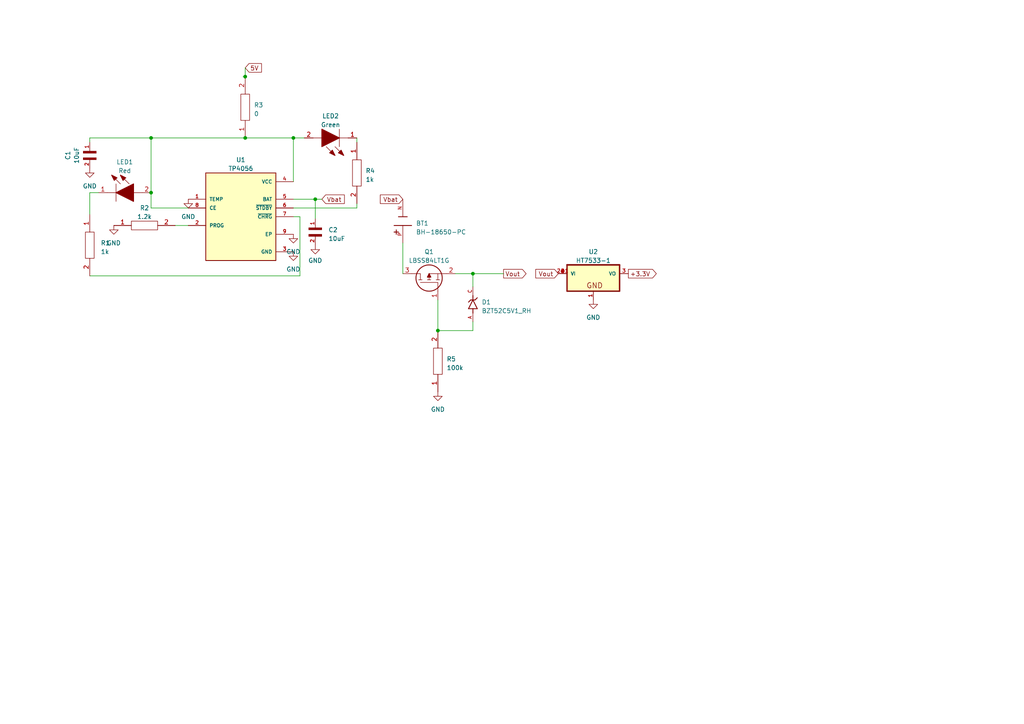
<source format=kicad_sch>
(kicad_sch (version 20230121) (generator eeschema)
  (paper "A4")
  (lib_symbols
    (symbol "0402WGF0000TCE:0402WGF0000TCE" (pin_names (offset 0.762))
      (property "Reference" "R" (at 13.97 6.35 0))
      (property "Value" "0402WGF0000TCE" (at 13.97 3.81 0))
      (symbol "0402WGF0000TCE_0_0"
        (pin passive line (at 0 0 0) (length 5.08) (name "~") (number "1"))
        (pin passive line (at 17.78 0 180) (length 5.08) (name "~") (number "2"))
      )
      (symbol "0402WGF0000TCE_0_1"
        (polyline (pts (xy 5.08 1.27) (xy 12.7 1.27) (xy 12.7 -1.27) (xy 5.08 -1.27) (xy 5.08 1.27)) (stroke (width 0.1524)))
      )
    )
    (symbol "0402WGF1001TCE:0402WGF1001TCE" (pin_names (offset 0.762))
      (property "Reference" "R" (at 13.97 6.35 0))
      (property "Value" "0402WGF1001TCE" (at 13.97 3.81 0))
      (symbol "0402WGF1001TCE_0_0"
        (pin passive line (at 0 0 0) (length 5.08) (name "~") (number "1"))
        (pin passive line (at 17.78 0 180) (length 5.08) (name "~") (number "2"))
      )
      (symbol "0402WGF1001TCE_0_1"
        (polyline (pts (xy 5.08 1.27) (xy 12.7 1.27) (xy 12.7 -1.27) (xy 5.08 -1.27) (xy 5.08 1.27)) (stroke (width 0.1524)))
      )
    )
    (symbol "0603WAF1201T5E:0603WAF1201T5E" (pin_names (offset 0.762))
      (property "Reference" "R" (at 13.97 6.35 0))
      (property "Value" "0603WAF1201T5E" (at 13.97 3.81 0))
      (symbol "0603WAF1201T5E_0_0"
        (pin passive line (at 0 0 0) (length 5.08) (name "~") (number "1"))
        (pin passive line (at 17.78 0 180) (length 5.08) (name "~") (number "2"))
      )
      (symbol "0603WAF1201T5E_0_1"
        (polyline (pts (xy 5.08 1.27) (xy 12.7 1.27) (xy 12.7 -1.27) (xy 5.08 -1.27) (xy 5.08 1.27)) (stroke (width 0.1524)))
      )
    )
    (symbol "1206W4F1003T5E:1206W4F1003T5E" (pin_names (offset 0.762))
      (property "Reference" "R" (at 13.97 6.35 0))
      (property "Value" "1206W4F1003T5E" (at 13.97 3.81 0))
      (symbol "1206W4F1003T5E_0_0"
        (pin passive line (at 0 0 0) (length 5.08) (name "~") (number "1"))
        (pin passive line (at 17.78 0 180) (length 5.08) (name "~") (number "2"))
      )
      (symbol "1206W4F1003T5E_0_1"
        (polyline (pts (xy 5.08 1.27) (xy 12.7 1.27) (xy 12.7 -1.27) (xy 5.08 -1.27) (xy 5.08 1.27)) (stroke (width 0.1524)))
      )
    )
    (symbol "BH-18650-PC:BH-18650-PC" (pin_names (offset 1.016))
      (property "Reference" "BT" (at -3.81 3.81 0))
      (property "Value" "BH-18650-PC" (at -3.81 -5.08 0))
      (symbol "BH-18650-PC_0_0"
        (polyline (pts (xy -5.08 1.905) (xy -3.81 1.905)) (stroke (width 0.254)))
        (polyline (pts (xy -4.445 2.54) (xy -4.445 1.27)) (stroke (width 0.254)))
        (polyline (pts (xy -2.54 2.54) (xy -2.54 -2.54)) (stroke (width 0.254)))
        (polyline (pts (xy 0 1.27) (xy 0 -1.27)) (stroke (width 0.254)))
        (pin passive line (at 5.08 0 180) (length 5.08) (name "~") (number "N"))
        (pin passive line (at -7.62 0 0) (length 5.08) (name "~") (number "P"))
      )
    )
    (symbol "BZT52C5V1_RH:BZT52C5V1_RH" (pin_names (offset 1.016))
      (property "Reference" "D" (at -5.08 2.54 0))
      (property "Value" "BZT52C5V1_RH" (at -5.08 -3.81 0))
      (symbol "BZT52C5V1_RH_0_0"
        (polyline (pts (xy -2.54 0) (xy -1.27 0)) (stroke (width 0.254)))
        (polyline (pts (xy -1.27 -1.27) (xy 1.27 0)) (stroke (width 0.254)))
        (polyline (pts (xy -1.27 0) (xy -1.27 -1.27)) (stroke (width 0.254)))
        (polyline (pts (xy -1.27 1.27) (xy -1.27 0)) (stroke (width 0.254)))
        (polyline (pts (xy 0.635 1.27) (xy 1.27 0.635)) (stroke (width 0.254)))
        (polyline (pts (xy 1.27 -0.635) (xy 1.905 -1.27)) (stroke (width 0.254)))
        (polyline (pts (xy 1.27 0) (xy -1.27 1.27)) (stroke (width 0.254)))
        (polyline (pts (xy 1.27 0) (xy 1.27 -0.635)) (stroke (width 0.254)))
        (polyline (pts (xy 1.27 0.635) (xy 1.27 0)) (stroke (width 0.254)))
        (polyline (pts (xy 2.54 0) (xy 1.27 0)) (stroke (width 0.254)))
        (pin passive line (at -5.08 0 0) (length 2.54) (name "~") (number "A"))
        (pin passive line (at 5.08 0 180) (length 2.54) (name "~") (number "C"))
      )
    )
    (symbol "CL10A106KP8NNNC:CL10A106KP8NNNC" (pin_names (offset 1.016))
      (property "Reference" "C" (at 0 3.81 0))
      (property "Value" "CL10A106KP8NNNC" (at 0 -5.08 0))
      (symbol "CL10A106KP8NNNC_0_0"
        (rectangle (start 0 -1.905) (end 0.635 1.905) (stroke (width 0.1)) (fill (type outline)))
        (rectangle (start 1.905 -1.905) (end 2.54 1.905) (stroke (width 0.1)) (fill (type outline)))
        (pin passive line (at 5.08 0 180) (length 2.54) (name "~") (number "1"))
        (pin passive line (at -2.54 0 0) (length 2.54) (name "~") (number "2"))
      )
    )
    (symbol "HT7533-1:HT7533-1" (pin_names (offset 1.016))
      (property "Reference" "U" (at -7.6228 8.2581 0))
      (property "Value" "HT7533-1" (at -7.6342 5.7256 0))
      (symbol "HT7533-1_0_0"
        (rectangle (start -7.62 -2.54) (end 7.62 5.08) (stroke (width 0.4064)) (fill (type background)))
        (polyline (pts (xy 7.62 5.08) (xy -7.62 5.08)) (stroke (width 0.4064)))
        (text "GND" (at -2.036 -1.7815 0) (effects (font (size 1.527 1.527)) (justify left bottom)))
        (pin passive line (at 0 -5.08 90) (length 2.54) (name "~") (number "1"))
        (pin input line (at -10.16 2.54 0) (length 2.54) (name "VI") (number "2"))
        (pin input line (at -10.16 2.54 0) (length 2.54) (name "VI") (number "2@1"))
        (pin passive line (at 10.16 2.54 180) (length 2.54) (name "VO") (number "3"))
      )
    )
    (symbol "KT-0603R:KT-0603R" (pin_names (offset 0.762))
      (property "Reference" "LED" (at 12.7 8.89 0))
      (property "Value" "KT-0603R" (at 12.7 6.35 0))
      (symbol "KT-0603R_0_0"
        (pin passive line (at 0 0 0) (length 2.54) (name "~") (number "1"))
        (pin passive line (at 15.24 0 180) (length 2.54) (name "~") (number "2"))
      )
      (symbol "KT-0603R_0_1"
        (polyline (pts (xy 2.54 0) (xy 5.08 0)) (stroke (width 0.1524)))
        (polyline (pts (xy 5.08 2.54) (xy 5.08 -2.54)) (stroke (width 0.1524)))
        (polyline (pts (xy 6.35 2.54) (xy 3.81 5.08)) (stroke (width 0.1524)))
        (polyline (pts (xy 8.89 2.54) (xy 6.35 5.08)) (stroke (width 0.1524)))
        (polyline (pts (xy 10.16 0) (xy 12.7 0)) (stroke (width 0.1524)))
        (polyline (pts (xy 5.08 0) (xy 10.16 2.54) (xy 10.16 -2.54) (xy 5.08 0)) (stroke (width 0.254)) (fill (type outline)))
        (polyline (pts (xy 5.334 4.318) (xy 4.572 3.556) (xy 3.81 5.08) (xy 5.334 4.318)) (stroke (width 0.254)) (fill (type outline)))
        (polyline (pts (xy 7.874 4.318) (xy 7.112 3.556) (xy 6.35 5.08) (xy 7.874 4.318)) (stroke (width 0.254)) (fill (type outline)))
      )
    )
    (symbol "LBSS84LT1G:LBSS84LT1G" (pin_names (offset 0.762))
      (property "Reference" "Q" (at 11.43 3.81 0))
      (property "Value" "LBSS84LT1G" (at 11.43 1.27 0))
      (symbol "LBSS84LT1G_0_0"
        (pin passive line (at 0 0 0) (length 2.54) (name "~") (number "1"))
        (pin passive line (at 7.62 -5.08 90) (length 2.54) (name "~") (number "2"))
        (pin passive line (at 7.62 10.16 270) (length 2.54) (name "~") (number "3"))
      )
      (symbol "LBSS84LT1G_0_1"
        (polyline (pts (xy 5.842 -0.508) (xy 5.842 0.508)) (stroke (width 0.1524)))
        (polyline (pts (xy 5.842 0) (xy 7.62 0)) (stroke (width 0.1524)))
        (polyline (pts (xy 5.842 2.032) (xy 5.842 3.048)) (stroke (width 0.1524)))
        (polyline (pts (xy 5.842 5.588) (xy 5.842 4.572)) (stroke (width 0.1524)))
        (polyline (pts (xy 7.62 2.54) (xy 5.842 2.54)) (stroke (width 0.1524)))
        (polyline (pts (xy 7.62 2.54) (xy 7.62 -2.54)) (stroke (width 0.1524)))
        (polyline (pts (xy 7.62 5.08) (xy 5.842 5.08)) (stroke (width 0.1524)))
        (polyline (pts (xy 7.62 5.08) (xy 7.62 7.62)) (stroke (width 0.1524)))
        (polyline (pts (xy 2.54 0) (xy 5.08 0) (xy 5.08 5.08)) (stroke (width 0.1524)))
        (polyline (pts (xy 7.62 2.54) (xy 6.604 3.048) (xy 6.604 2.032) (xy 7.62 2.54)) (stroke (width 0.254)) (fill (type outline)))
        (circle (center 6.35 2.54) (radius 3.81) (stroke (width 0.254)))
      )
    )
    (symbol "TP4056:TP4056" (pin_names (offset 1.016))
      (property "Reference" "U" (at -10.16 13.208 0))
      (property "Value" "TP4056" (at -10.16 -15.24 0))
      (symbol "TP4056_0_0"
        (rectangle (start -10.16 -12.7) (end 10.16 12.7) (stroke (width 0.254)) (fill (type background)))
        (pin input line (at -15.24 5.08 0) (length 5.08) (name "TEMP") (number "1"))
        (pin bidirectional line (at -15.24 -2.54 0) (length 5.08) (name "PROG") (number "2"))
        (pin power_in line (at 15.24 -10.16 180) (length 5.08) (name "GND") (number "3"))
        (pin power_in line (at 15.24 10.16 180) (length 5.08) (name "VCC") (number "4"))
        (pin output line (at 15.24 5.08 180) (length 5.08) (name "BAT") (number "5"))
        (pin output line (at 15.24 2.54 180) (length 5.08) (name "~{STDBY}") (number "6"))
        (pin output line (at 15.24 0 180) (length 5.08) (name "~{CHRG}") (number "7"))
        (pin input line (at -15.24 2.54 0) (length 5.08) (name "CE") (number "8"))
        (pin passive line (at 15.24 -5.08 180) (length 5.08) (name "EP") (number "9"))
      )
    )
    (symbol "power:GND" (power) (pin_names (offset 0))
      (property "Value" "GND" (at 0 -3.81 0))
      (symbol "GND_0_1"
        (polyline (pts (xy 0 0) (xy 0 -1.27) (xy 1.27 -1.27) (xy 0 -2.54) (xy -1.27 -1.27) (xy 0 -1.27)))
      )
      (symbol "GND_1_1"
        (pin power_in line (at 0 0 270) (length 0) hide (name "GND") (number "1"))
      )
    )
  )
  (junction (at 43.815 40.005))
  (junction (at 127 95.885))
  (junction (at 71.12 22.225))
  (junction (at 71.12 40.005))
  (junction (at 85.09 40.005))
  (junction (at 91.44 57.785))
  (junction (at 43.815 55.88))
  (junction (at 137.16 79.375))
  (wire (pts (xy 28.575 55.88) (xy 26.035 55.88)))
  (wire (pts (xy 26.035 80.01) (xy 86.995 80.01)))
  (wire (pts (xy 43.815 40.005) (xy 43.815 55.88)))
  (wire (pts (xy 127 86.995) (xy 127 95.885)))
  (wire (pts (xy 132.08 79.375) (xy 137.16 79.375)))
  (wire (pts (xy 86.995 80.01) (xy 86.995 62.865)))
  (wire (pts (xy 103.505 59.055) (xy 103.505 60.325)))
  (wire (pts (xy 116.84 70.485) (xy 116.84 79.375)))
  (wire (pts (xy 103.505 40.005) (xy 103.505 41.275)))
  (wire (pts (xy 137.16 93.345) (xy 137.16 95.885)))
  (wire (pts (xy 43.815 40.005) (xy 71.12 40.005)))
  (wire (pts (xy 85.09 40.005) (xy 88.265 40.005)))
  (wire (pts (xy 85.09 60.325) (xy 103.505 60.325)))
  (wire (pts (xy 85.09 40.005) (xy 85.09 52.705)))
  (wire (pts (xy 86.995 62.865) (xy 85.09 62.865)))
  (wire (pts (xy 137.16 79.375) (xy 146.05 79.375)))
  (wire (pts (xy 43.815 40.005) (xy 26.035 40.005)))
  (wire (pts (xy 127 95.885) (xy 137.16 95.885)))
  (wire (pts (xy 70.485 22.225) (xy 71.12 22.225)))
  (wire (pts (xy 50.8 65.405) (xy 54.61 65.405)))
  (wire (pts (xy 137.16 79.375) (xy 137.16 83.185)))
  (wire (pts (xy 26.035 40.005) (xy 26.035 41.275)))
  (wire (pts (xy 85.09 57.785) (xy 91.44 57.785)))
  (wire (pts (xy 26.035 55.88) (xy 26.035 62.23)))
  (wire (pts (xy 91.44 57.785) (xy 91.44 63.5)))
  (wire (pts (xy 71.12 40.005) (xy 85.09 40.005)))
  (wire (pts (xy 91.44 57.785) (xy 93.345 57.785)))
  (wire (pts (xy 54.61 60.325) (xy 43.815 60.325)))
  (wire (pts (xy 43.815 60.325) (xy 43.815 55.88)))
  (wire (pts (xy 71.12 19.685) (xy 71.12 22.225)))
  (global_label "+3.3V" (shape output) (at 182.245 79.375 0) (property "Intersheetrefs" "${INTERSHEET_REFS}" (effects hide)))
  (global_label "Vout" (shape input) (at 161.925 79.375 180) (property "Intersheetrefs" "${INTERSHEET_REFS}" (effects hide)))
  (global_label "Vout" (shape output) (at 146.05 79.375 0) (property "Intersheetrefs" "${INTERSHEET_REFS}" (effects hide)))
  (global_label "Vbat" (shape input) (at 116.84 57.785 180) (property "Intersheetrefs" "${INTERSHEET_REFS}" (effects hide)))
  (global_label "5V" (shape input) (at 71.12 19.685 0) (property "Intersheetrefs" "${INTERSHEET_REFS}" (effects hide)))
  (global_label "Vbat" (shape input) (at 93.345 57.785 0) (property "Intersheetrefs" "${INTERSHEET_REFS}" (effects hide)))
  (symbol (lib_id "power:GND") (at 127 113.665 0) (unit 1)
    (property "Reference" "#PWR07" (effects hide))
    (property "Value" "GND" (at 127 118.745 0))
  )
  (symbol (lib_id "power:GND") (at 85.09 73.025 0) (unit 1)
    (property "Reference" "#PWR05" (effects hide))
    (property "Value" "GND" (at 85.09 78.105 0))
  )
  (symbol (lib_id "0402WGF0000TCE:0402WGF0000TCE") (at 71.12 40.005 90) (unit 1)
    (property "Reference" "R3" (at 73.66 30.48 90) (effects (justify right)))
    (property "Value" "0 " (at 73.66 33.02 90) (effects (justify right)))
    (property "Footprint" "RESC1005X40N" (effects hide))
    (property "Datasheet" "https://www.mouser.in/datasheet/2/1365/1-3044649.pdf" (effects hide))
    (property "Description" "Thick Film Resistors - SMD 0402 1/16W 1% 0R T/R-10000" (effects hide))
    (property "Height" "0.4" (effects hide))
    (property "Manufacturer_Name" "ROYALOHM" (effects hide))
    (property "Manufacturer_Part_Number" "0402WGF0000TCE" (effects hide))
    (property "Mouser Part Number" "303-0402WGF0000TCE" (effects hide))
    (property "Mouser Price/Stock" "https://www.mouser.co.uk/ProductDetail/Royalohm/0402WGF0000TCE?qs=e8oIoAS2J1QQohiDIE5NFA%3D%3D" (effects hide))
  )
  (symbol (lib_id "HT7533-1:HT7533-1") (at 172.085 81.915 0) (unit 1)
    (property "Reference" "U2" (at 172.085 73.025 0))
    (property "Value" "HT7533-1" (at 172.085 75.565 0))
    (property "Footprint" "SOT89" (effects hide))
  )
  (symbol (lib_id "KT-0603R:KT-0603R") (at 103.505 40.005 180) (unit 1)
    (property "Reference" "LED2" (at 95.885 33.655 0))
    (property "Value" "Green" (at 95.885 36.195 0))
    (property "Footprint" "LEDC1608X70N" (effects hide))
    (property "Datasheet" "https://datasheet.lcsc.com/szlcsc/Hubei-KENTO-Elec-KT-0603R_C2286.pdf" (effects hide))
    (property "Description" "Red 615~{630nm} 1.9~{2.2V} 0603 Light Emitting Diodes (LED) RoHS" (effects hide))
    (property "Height" "0.7" (effects hide))
    (property "Manufacturer_Name" "Hubei KENTO Elec" (effects hide))
    (property "Manufacturer_Part_Number" "KT-0603R" (effects hide))
  )
  (symbol (lib_id "power:GND") (at 91.44 71.12 0) (unit 1)
    (property "Reference" "#PWR06" (effects hide))
    (property "Value" "GND" (at 91.44 75.565 0))
  )
  (symbol (lib_id "1206W4F1003T5E:1206W4F1003T5E") (at 127 113.665 90) (unit 1)
    (property "Reference" "R5" (at 129.54 104.14 90) (effects (justify right)))
    (property "Value" "100k" (at 129.54 106.68 90) (effects (justify right)))
    (property "Footprint" "RESC3116X65N" (effects hide))
    (property "Datasheet" "https://datasheet.lcsc.com/szlcsc/Uniroyal-Elec-1206W4F1003T5E_C17900.pdf" (effects hide))
    (property "Description" "Chip Resistor - Surface Mount 100KOhms +/-1% 1/4W 1206 RoHS" (effects hide))
    (property "Height" "0.65" (effects hide))
    (property "Manufacturer_Name" "Uniroyal Elec" (effects hide))
    (property "Manufacturer_Part_Number" "1206W4F1003T5E" (effects hide))
  )
  (symbol (lib_id "0402WGF1001TCE:0402WGF1001TCE") (at 103.505 41.275 270) (unit 1)
    (property "Reference" "R4" (at 106.045 49.53 90) (effects (justify left)))
    (property "Value" "1k" (at 106.045 52.07 90) (effects (justify left)))
    (property "Footprint" "RESC1005X40N" (effects hide))
    (property "Datasheet" "https://datasheet.lcsc.com/szlcsc/Uniroyal-Elec-0402WGF1001TCE_C11702.pdf" (effects hide))
    (property "Description" "1K +/-1% 1/16W +/-100ppm/ 0402 Chip Resistor" (effects hide))
    (property "Height" "0.4" (effects hide))
    (property "Manufacturer_Name" "UNI-ROYAL(Uniroyal Elec)" (effects hide))
    (property "Manufacturer_Part_Number" "0402WGF1001TCE" (effects hide))
  )
  (symbol (lib_id "power:GND") (at 54.61 57.785 0) (unit 1)
    (property "Reference" "#PWR03" (effects hide))
    (property "Value" "GND" (at 54.61 62.865 0))
  )
  (symbol (lib_id "CL10A106KP8NNNC:CL10A106KP8NNNC") (at 26.035 46.355 90) (unit 1)
    (property "Reference" "C1" (at 19.685 45.085 0))
    (property "Value" "10uF" (at 22.225 45.085 0))
    (property "Footprint" "CAPC1608X90N" (effects hide))
  )
  (symbol (lib_id "power:GND") (at 85.09 67.945 0) (unit 1)
    (property "Reference" "#PWR04" (effects hide))
    (property "Value" "GND" (at 85.09 73.025 0))
  )
  (symbol (lib_id "KT-0603R:KT-0603R") (at 28.575 55.88 0) (unit 1)
    (property "Reference" "LED1" (at 36.195 46.99 0))
    (property "Value" "Red" (at 36.195 49.53 0))
    (property "Footprint" "LEDC1608X70N" (effects hide))
    (property "Datasheet" "https://datasheet.lcsc.com/szlcsc/Hubei-KENTO-Elec-KT-0603R_C2286.pdf" (effects hide))
    (property "Description" "Red 615~{630nm} 1.9~{2.2V} 0603 Light Emitting Diodes (LED) RoHS" (effects hide))
    (property "Height" "0.7" (effects hide))
    (property "Manufacturer_Name" "Hubei KENTO Elec" (effects hide))
    (property "Manufacturer_Part_Number" "KT-0603R" (effects hide))
  )
  (symbol (lib_id "BH-18650-PC:BH-18650-PC") (at 116.84 62.865 90) (unit 1)
    (property "Reference" "BT1" (at 120.65 64.77 90) (effects (justify right)))
    (property "Value" "BH-18650-PC" (at 120.65 67.31 90) (effects (justify right)))
    (property "Footprint" "BAT_BH-18650-PC" (effects hide))
    (property "MANUFACTURER" "MPD" (effects hide))
    (property "STANDARD" "Manufacturer Recommendation" (effects hide))
    (property "PARTREV" "05/17/19" (effects hide))
    (property "MAXIMUM_PACKAGE_HEIGHT" "21.31mm" (effects hide))
  )
  (symbol (lib_id "power:GND") (at 26.035 48.895 0) (unit 1)
    (property "Reference" "#PWR01" (effects hide))
    (property "Value" "GND" (at 26.035 53.975 0))
  )
  (symbol (lib_id "CL10A106KP8NNNC:CL10A106KP8NNNC") (at 91.44 68.58 90) (unit 1)
    (property "Reference" "C2" (at 95.25 66.675 90) (effects (justify right)))
    (property "Value" "10uF" (at 95.25 69.215 90) (effects (justify right)))
    (property "Footprint" "CAPC1608X90N" (effects hide))
  )
  (symbol (lib_id "power:GND") (at 172.085 86.995 0) (unit 1)
    (property "Reference" "#PWR08" (effects hide))
    (property "Value" "GND" (at 172.085 92.075 0))
  )
  (symbol (lib_id "TP4056:TP4056") (at 69.85 62.865 0) (unit 1)
    (property "Reference" "U1" (at 69.85 46.355 0))
    (property "Value" "TP4056" (at 69.85 48.895 0))
    (property "Footprint" "SOP127P600X175-9N" (effects hide))
    (property "MANUFACTURER" "NanJing Top Power ASIC Corp." (effects hide))
    (property "STANDARD" "IPC 7351B" (effects hide))
    (property "MAXIMUM_PACKAGE_HEIGHT" "1.75mm" (effects hide))
  )
  (symbol (lib_id "LBSS84LT1G:LBSS84LT1G") (at 127 86.995 90) (unit 1)
    (property "Reference" "Q1" (at 124.46 73.025 90))
    (property "Value" "LBSS84LT1G" (at 124.46 75.565 90))
    (property "Footprint" "SOT96P237X111-3N" (effects hide))
    (property "Datasheet" "https://datasheet.lcsc.com/szlcsc/Leshan-Radio-LBSS84LT1G_C8492.pdf" (effects hide))
    (property "Description" "P-MOSFET" (effects hide))
    (property "Height" "1.11" (effects hide))
    (property "Manufacturer_Name" "onsemi" (effects hide))
    (property "Manufacturer_Part_Number" "LBSS84LT1G" (effects hide))
    (property "Mouser Part Number" "N/A" (effects hide))
    (property "Mouser Price/Stock" "https://www.mouser.co.uk/ProductDetail/onsemi/LBSS84LT1G?qs=k4J6HQLAy0oy6qnSSn%252B1%252BA%3D%3D" (effects hide))
  )
  (symbol (lib_id "0402WGF1001TCE:0402WGF1001TCE") (at 26.035 62.23 270) (unit 1)
    (property "Reference" "R1" (at 29.21 70.485 90) (effects (justify left)))
    (property "Value" "1k" (at 29.21 73.025 90) (effects (justify left)))
    (property "Footprint" "RESC1005X40N" (effects hide))
    (property "Datasheet" "https://datasheet.lcsc.com/szlcsc/Uniroyal-Elec-0402WGF1001TCE_C11702.pdf" (effects hide))
    (property "Description" "1K +/-1% 1/16W +/-100ppm/ 0402 Chip Resistor" (effects hide))
    (property "Height" "0.4" (effects hide))
    (property "Manufacturer_Name" "UNI-ROYAL(Uniroyal Elec)" (effects hide))
    (property "Manufacturer_Part_Number" "0402WGF1001TCE" (effects hide))
  )
  (symbol (lib_id "power:GND") (at 33.02 65.405 0) (unit 1)
    (property "Reference" "#PWR02" (effects hide))
    (property "Value" "GND" (at 33.02 70.485 0))
  )
  (symbol (lib_id "BZT52C5V1_RH:BZT52C5V1_RH") (at 137.16 88.265 90) (unit 1)
    (property "Reference" "D1" (at 139.7 87.63 90) (effects (justify right)))
    (property "Value" "BZT52C5V1_RH" (at 139.7 90.17 90) (effects (justify right)))
    (property "Footprint" "DIO_BZT52C5V1_RH" (effects hide))
    (property "STANDARD" "Manufacturer Recommendations" (effects hide))
    (property "MANUFACTURER" "Taiwan Semiconductor" (effects hide))
    (property "PARTREV" "F15" (effects hide))
    (property "MAXIMUM_PACKAGE_HEIGHT" "1.15 mm" (effects hide))
  )
  (symbol (lib_id "0603WAF1201T5E:0603WAF1201T5E") (at 33.02 65.405 0) (unit 1)
    (property "Reference" "R2" (at 41.91 60.325 0))
    (property "Value" "1.2k" (at 41.91 62.865 0))
    (property "Footprint" "RESC1608X55N" (effects hide))
    (property "Datasheet" "https://datasheet.lcsc.com/szlcsc/Uniroyal-Elec-0603WAF1201T5E_C22765.pdf" (effects hide))
    (property "Description" "Chip Resistor - Surface Mount 1.2KOhms +/-1% 1/10W 0603 RoHS" (effects hide))
    (property "Height" "0.55" (effects hide))
    (property "Manufacturer_Name" "UNI-ROYAL(Uniroyal Elec)" (effects hide))
    (property "Manufacturer_Part_Number" "0603WAF1201T5E" (effects hide))
  )
)
</source>
